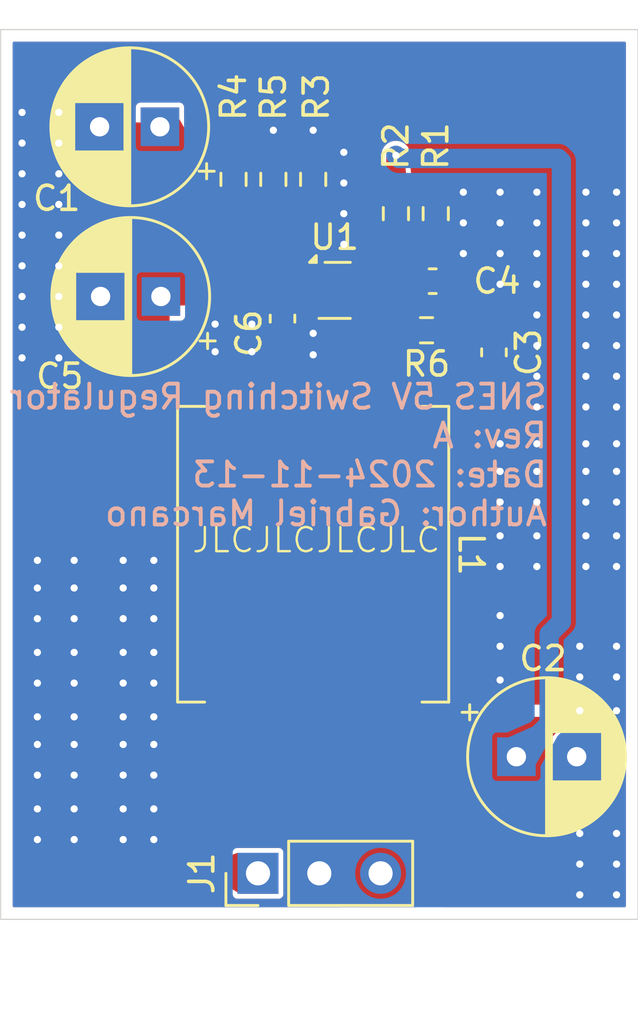
<source format=kicad_pcb>
(kicad_pcb (version 20240108) (generator "pcbnew") (generator_version "8.0")
  (title_block (title "SNES 5V Switching Regulator") (date "2024-11-13") (rev "A") (comment 1 "Author: ${AUTHOR}"))
  (layers (0 "F.Cu" signal) (31 "B.Cu" signal) (34 "B.Paste" user) (35 "F.Paste" user) (36 "B.SilkS" user "B.Silkscreen") (37 "F.SilkS" user "F.Silkscreen") (38 "B.Mask" user) (39 "F.Mask" user) (44 "Edge.Cuts" user))
  (property "AUTHOR" "Gabriel Marcano")
  (net 0 "")
  (net 1 "Net-(C3-Pad1)")
  (net 2 "Net-(U1-SW)")
  (net 3 "GND")
  (net 4 "Net-(U1-SS)")
  (net 5 "/V_{out}")
  (net 6 "Net-(U1-FB)")
  (net 7 "Net-(U1-RT)")
  (net 8 "Net-(U1-EN)")
  (net 9 "Net-(U1-BST)")
  (net 10 "/V_{in}")
  (footprint "Resistor_SMD:R_0603_1608Metric_Pad0.98x0.95mm_HandSolder" (layer "F.Cu") (at 134.112 106.6565 90)
    (property "Reference" "R5" (at 3.4055 0 90) (layer "F.SilkS"))
    (property "Value" "120k")
    (pad "1" smd roundrect (at -0.9125 0 90) (size 0.975 0.95) (layers "F.Cu" "F.Paste" "F.Mask") (net 8 "Net-(U1-EN)"))
    (pad "2" smd roundrect (at 0.9125 0 90) (size 0.975 0.95) (layers "F.Cu" "F.Paste" "F.Mask") (net 3 "GND"))
  )
  (footprint "Capacitor_THT:CP_Radial_D6.3mm_P2.50mm" (layer "F.Cu") (at 129.41238 104.481 180)
    (property "Reference" "C1" (at 4.278 -2.961 0) (layer "F.SilkS"))
    (property "Value" "330u")
    (pad "1" thru_hole rect (at 0 0 180) (size 1.6 1.6) (drill 0.8) (layers "*.Cu" "*.Mask") (net 10 "/V_{in}"))
    (pad "2" thru_hole circle (at 2.5 0 180) (size 1.6 1.6) (drill 0.8) (layers "*.Cu" "*.Mask") (net 3 "GND"))
  )
  (footprint "Capacitor_SMD:C_0603_1608Metric_Pad1.08x0.95mm_HandSolder" (layer "F.Cu") (at 134.493 112.4215 -90)
    (property "Reference" "C6" (at 0.6085 1.397 90) (layer "F.SilkS"))
    (property "Value" "100n")
    (pad "1" smd roundrect (at -0.8625 0 270) (size 1.075 0.95) (layers "F.Cu" "F.Paste" "F.Mask") (net 10 "/V_{in}"))
    (pad "2" smd roundrect (at 0.8625 0 270) (size 1.075 0.95) (layers "F.Cu" "F.Paste" "F.Mask") (net 3 "GND"))
  )
  (footprint "Resistor_SMD:R_0603_1608Metric_Pad0.98x0.95mm_HandSolder" (layer "F.Cu") (at 139.192 108.077 90)
    (property "Reference" "R2" (at 2.794 0 90) (layer "F.SilkS"))
    (property "Value" "63.4k")
    (pad "1" smd roundrect (at -0.9125 0 90) (size 0.975 0.95) (layers "F.Cu" "F.Paste" "F.Mask") (net 6 "Net-(U1-FB)"))
    (pad "2" smd roundrect (at 0.9125 0 90) (size 0.975 0.95) (layers "F.Cu" "F.Paste" "F.Mask") (net 5 "/V_{out}"))
  )
  (footprint "Marcano:BFSI00121109150M05" (layer "F.Cu") (at 135.763 122.174 -90)
    (property "Reference" "L1" (at 0 -6.55 -90) (layer "F.SilkS"))
    (property "Value" "15u")
    (pad "1" smd roundrect (at -5.25 0 270) (size 4.5 8) (layers "F.Cu" "F.Paste" "F.Mask") (net 2 "Net-(U1-SW)"))
    (pad "2" smd roundrect (at 5.25 0 270) (size 4.5 8) (layers "F.Cu" "F.Paste" "F.Mask") (net 5 "/V_{out}"))
  )
  (footprint "Resistor_SMD:R_0603_1608Metric_Pad0.98x0.95mm_HandSolder" (layer "F.Cu") (at 140.843 108.077 90)
    (property "Reference" "R1" (at 2.794 0 90) (layer "F.SilkS"))
    (property "Value" "12k")
    (pad "1" smd roundrect (at -0.9125 0 90) (size 0.975 0.95) (layers "F.Cu" "F.Paste" "F.Mask") (net 6 "Net-(U1-FB)"))
    (pad "2" smd roundrect (at 0.9125 0 90) (size 0.975 0.95) (layers "F.Cu" "F.Paste" "F.Mask") (net 3 "GND"))
  )
  (footprint "Resistor_SMD:R_0603_1608Metric_Pad0.98x0.95mm_HandSolder" (layer "F.Cu") (at 140.462 112.903)
    (property "Reference" "R6" (at 0 1.397 0) (layer "F.SilkS"))
    (property "Value" "0")
    (pad "1" smd roundrect (at -0.9125 0) (size 0.975 0.95) (layers "F.Cu" "F.Paste" "F.Mask") (net 9 "Net-(U1-BST)"))
    (pad "2" smd roundrect (at 0.9125 0) (size 0.975 0.95) (layers "F.Cu" "F.Paste" "F.Mask") (net 1 "Net-(C3-Pad1)"))
  )
  (footprint "Resistor_SMD:R_0603_1608Metric_Pad0.98x0.95mm_HandSolder" (layer "F.Cu") (at 135.763 106.6565 90)
    (property "Reference" "R3" (at 3.4055 0.127 90) (layer "F.SilkS"))
    (property "Value" "75k")
    (pad "1" smd roundrect (at -0.9125 0 90) (size 0.975 0.95) (layers "F.Cu" "F.Paste" "F.Mask") (net 7 "Net-(U1-RT)"))
    (pad "2" smd roundrect (at 0.9125 0 90) (size 0.975 0.95) (layers "F.Cu" "F.Paste" "F.Mask") (net 3 "GND"))
  )
  (footprint "Package_TO_SOT_SMD:SOT-583-8" (layer "F.Cu") (at 136.652 111.252)
    (property "Reference" "U1" (at 0 -2.2 0) (layer "F.SilkS"))
    (property "Value" "TPS62932")
    (pad "1" smd roundrect (at -0.74 -0.75) (size 0.67 0.3) (layers "F.Cu" "F.Paste" "F.Mask") (roundrect_rratio 0.1666666667) (net 7 "Net-(U1-RT)"))
    (pad "2" smd roundrect (at -0.74 -0.25) (size 0.67 0.3) (layers "F.Cu" "F.Paste" "F.Mask") (roundrect_rratio 0.1666666667) (net 8 "Net-(U1-EN)"))
    (pad "3" smd roundrect (at -0.74 0.25) (size 0.67 0.3) (layers "F.Cu" "F.Paste" "F.Mask") (roundrect_rratio 0.1666666667) (net 10 "/V_{in}"))
    (pad "4" smd roundrect (at -0.74 0.75) (size 0.67 0.3) (layers "F.Cu" "F.Paste" "F.Mask") (roundrect_rratio 0.1666666667) (net 3 "GND"))
    (pad "5" smd roundrect (at 0.74 0.75) (size 0.67 0.3) (layers "F.Cu" "F.Paste" "F.Mask") (roundrect_rratio 0.1666666667) (net 2 "Net-(U1-SW)"))
    (pad "6" smd roundrect (at 0.74 0.25) (size 0.67 0.3) (layers "F.Cu" "F.Paste" "F.Mask") (roundrect_rratio 0.1666666667) (net 9 "Net-(U1-BST)"))
    (pad "7" smd roundrect (at 0.74 -0.25) (size 0.67 0.3) (layers "F.Cu" "F.Paste" "F.Mask") (roundrect_rratio 0.1666666667) (net 4 "Net-(U1-SS)"))
    (pad "8" smd roundrect (at 0.74 -0.75) (size 0.67 0.3) (layers "F.Cu" "F.Paste" "F.Mask") (roundrect_rratio 0.1666666667) (net 6 "Net-(U1-FB)"))
  )
  (footprint "Resistor_SMD:R_0603_1608Metric_Pad0.98x0.95mm_HandSolder" (layer "F.Cu") (at 132.461 106.6565 90)
    (property "Reference" "R4" (at 3.4055 0 90) (layer "F.SilkS"))
    (property "Value" "680k")
    (pad "1" smd roundrect (at -0.9125 0 90) (size 0.975 0.95) (layers "F.Cu" "F.Paste" "F.Mask") (net 10 "/V_{in}"))
    (pad "2" smd roundrect (at 0.9125 0 90) (size 0.975 0.95) (layers "F.Cu" "F.Paste" "F.Mask") (net 8 "Net-(U1-EN)"))
  )
  (footprint "Capacitor_THT:CP_Radial_D6.3mm_P2.50mm" (layer "F.Cu") (at 129.45238 111.506 180)
    (property "Reference" "C5" (at 4.191 -3.302 0) (layer "F.SilkS"))
    (property "Value" "330u")
    (pad "1" thru_hole rect (at 0 0 180) (size 1.6 1.6) (drill 0.8) (layers "*.Cu" "*.Mask") (net 10 "/V_{in}"))
    (pad "2" thru_hole circle (at 2.5 0 180) (size 1.6 1.6) (drill 0.8) (layers "*.Cu" "*.Mask") (net 3 "GND"))
  )
  (footprint "Capacitor_SMD:C_0603_1608Metric_Pad1.08x0.95mm_HandSolder" (layer "F.Cu") (at 140.716 110.871)
    (property "Reference" "C4" (at 2.667 0 0) (layer "F.SilkS"))
    (property "Value" "15n")
    (pad "1" smd roundrect (at -0.8625 0) (size 1.075 0.95) (layers "F.Cu" "F.Paste" "F.Mask") (net 4 "Net-(U1-SS)"))
    (pad "2" smd roundrect (at 0.8625 0) (size 1.075 0.95) (layers "F.Cu" "F.Paste" "F.Mask") (net 3 "GND"))
  )
  (footprint "Capacitor_SMD:C_0603_1608Metric_Pad1.08x0.95mm_HandSolder" (layer "F.Cu") (at 143.256 113.8185 -90)
    (property "Reference" "C3" (at 0 -1.43 90) (layer "F.SilkS"))
    (property "Value" "100n")
    (pad "1" smd roundrect (at -0.8625 0 270) (size 1.075 0.95) (layers "F.Cu" "F.Paste" "F.Mask") (net 1 "Net-(C3-Pad1)"))
    (pad "2" smd roundrect (at 0.8625 0 270) (size 1.075 0.95) (layers "F.Cu" "F.Paste" "F.Mask") (net 2 "Net-(U1-SW)"))
  )
  (footprint "Capacitor_THT:CP_Radial_D6.3mm_P2.50mm" (layer "F.Cu") (at 144.185 130.556)
    (property "Reference" "C2" (at 1.103 -4.064 0) (layer "F.SilkS"))
    (property "Value" "330u")
    (pad "1" thru_hole rect (at 0 0) (size 1.6 1.6) (drill 0.8) (layers "*.Cu" "*.Mask") (net 5 "/V_{out}"))
    (pad "2" thru_hole circle (at 2.5 0) (size 1.6 1.6) (drill 0.8) (layers "*.Cu" "*.Mask") (net 3 "GND"))
  )
  (footprint "Connector_PinHeader_2.54mm:PinHeader_1x03_P2.54mm_Vertical" (layer "F.Cu") (at 133.477 135.382 90)
    (property "Reference" "J1" (at 0 -2.33 90) (layer "F.SilkS"))
    (property "Value" "Conn_01x03_Pin")
    (pad "1" thru_hole rect (at 0 0 90) (size 1.7 1.7) (drill 1) (layers "*.Cu" "*.Mask") (net 10 "/V_{in}"))
    (pad "2" thru_hole oval (at 0 2.54 90) (size 1.7 1.7) (drill 1) (layers "*.Cu" "*.Mask") (net 3 "GND"))
    (pad "3" thru_hole oval (at 0 5.08 90) (size 1.7 1.7) (drill 1) (layers "*.Cu" "*.Mask") (net 5 "/V_{out}"))
  )
  (gr_rect (start 122.809 100.457) (end 149.225 137.287) (stroke (width 0.05)) (fill none) (layer "Edge.Cuts"))
  (gr_text "${TITLE}\nRev: ${REVISION}\nDate: ${ISSUE_DATE}\nAuthor: Gabriel Marcano\n\n" (at 145.542 122.682 0) (layer "B.SilkS") (effects (font (size 1 1) (thickness 0.16)) (justify left bottom mirror)))
  (gr_text "JLCJLCJLCJLC" (at 130.683 122.174 0) (layer "F.SilkS") (effects (font (size 1 1) (thickness 0.1)) (justify left bottom)))
  (segment (start 141.3745 112.903) (end 143.203 112.903) (width 0.8) (layer "F.Cu") (net 1))
  (segment (start 143.203 112.903) (end 143.256 112.956) (width 0.2) (layer "F.Cu") (net 1))
  (segment (start 137.392 112.246) (end 137.392 112.002) (width 0.2) (layer "F.Cu") (net 2))
  (segment (start 137.414 114.046) (end 137.457 114.046) (width 0.8) (layer "F.Cu") (net 2))
  (segment (start 143.256 114.681) (end 141.013 116.924) (width 0.8) (layer "F.Cu") (net 2))
  (segment (start 137.392 115.295) (end 135.763 116.924) (width 0.2) (layer "F.Cu") (net 2))
  (segment (start 137.457 114.046) (end 140.335 116.924) (width 0.8) (layer "F.Cu") (net 2))
  (segment (start 141.013 116.924) (end 140.335 116.924) (width 0.8) (layer "F.Cu") (net 2))
  (segment (start 137.414 115.273) (end 135.763 116.924) (width 0.8) (layer "F.Cu") (net 2))
  (segment (start 137.414 114.046) (end 137.414 115.273) (width 0.8) (layer "F.Cu") (net 2))
  (segment (start 140.335 116.924) (end 135.763 116.924) (width 0.8) (layer "F.Cu") (net 2))
  (segment (start 137.414 112.268) (end 137.414 114.046) (width 0.8) (layer "F.Cu") (net 2))
  (segment (start 137.414 112.024) (end 137.392 112.002) (width 0.2) (layer "F.Cu") (net 2))
  (segment (start 137.414 112.268) (end 137.392 112.246) (width 0.2) (layer "F.Cu") (net 2))
  (segment (start 135.763 104.6245) (end 135.763 105.744) (width 0.8) (layer "F.Cu") (net 3))
  (segment (start 134.112 104.6245) (end 134.112 105.744) (width 0.8) (layer "F.Cu") (net 3))
  (via (at 127.889 133.985) (size 0.6) (drill 0.3) (layers "F.Cu" "B.Cu") (net 3))
  (via (at 143.51 125.984) (size 0.6) (drill 0.3) (layers "F.Cu" "B.Cu") (net 3))
  (via (at 125.857 133.985) (size 0.6) (drill 0.3) (layers "F.Cu" "B.Cu") (net 3))
  (via (at 131.699 113.792) (size 0.6) (drill 0.3) (layers "F.Cu" "B.Cu") (net 3))
  (via (at 148.336 108.458) (size 0.6) (drill 0.3) (layers "F.Cu" "B.Cu") (net 3))
  (via (at 145.034 113.538) (size 0.6) (drill 0.3) (layers "F.Cu" "B.Cu") (net 3))
  (via (at 124.333 126.238) (size 0.6) (drill 0.3) (layers "F.Cu" "B.Cu") (net 3))
  (via (at 148.336 116.078) (size 0.6) (drill 0.3) (layers "F.Cu" "B.Cu") (net 3))
  (via (at 148.336 109.728) (size 0.6) (drill 0.3) (layers "F.Cu" "B.Cu") (net 3))
  (via (at 148.336 118.745) (size 0.6) (drill 0.3) (layers "F.Cu" "B.Cu") (net 3))
  (via (at 145.034 107.188) (size 0.6) (drill 0.3) (layers "F.Cu" "B.Cu") (net 3))
  (via (at 137.033 105.537) (size 0.6) (drill 0.3) (layers "F.Cu" "B.Cu") (net 3))
  (via (at 146.812 127.254) (size 0.6) (drill 0.3) (layers "F.Cu" "B.Cu") (net 3))
  (via (at 148.336 107.188) (size 0.6) (drill 0.3) (layers "F.Cu" "B.Cu") (net 3))
  (via (at 146.812 133.731) (size 0.6) (drill 0.3) (layers "F.Cu" "B.Cu") (net 3))
  (via (at 148.336 120.015) (size 0.6) (drill 0.3) (layers "F.Cu" "B.Cu") (net 3))
  (via (at 127.889 130.048) (size 0.6) (drill 0.3) (layers "F.Cu" "B.Cu") (net 3))
  (via (at 129.159 131.318) (size 0.6) (drill 0.3) (layers "F.Cu" "B.Cu") (net 3))
  (via (at 146.812 136.271) (size 0.6) (drill 0.3) (layers "F.Cu" "B.Cu") (net 3))
  (via (at 123.698 106.426) (size 0.6) (drill 0.3) (layers "F.Cu" "B.Cu") (net 3))
  (via (at 145.034 117.602) (size 0.6) (drill 0.3) (layers "F.Cu" "B.Cu") (net 3))
  (via (at 127.889 127.508) (size 0.6) (drill 0.3) (layers "F.Cu" "B.Cu") (net 3))
  (via (at 145.034 122.682) (size 0.6) (drill 0.3) (layers "F.Cu" "B.Cu") (net 3))
  (via (at 148.336 133.731) (size 0.6) (drill 0.3) (layers "F.Cu" "B.Cu") (net 3))
  (via (at 125.222 108.966) (size 0.6) (drill 0.3) (layers "F.Cu" "B.Cu") (net 3))
  (via (at 145.034 120.015) (size 0.6) (drill 0.3) (layers "F.Cu" "B.Cu") (net 3))
  (via (at 129.159 132.715) (size 0.6) (drill 0.3) (layers "F.Cu" "B.Cu") (net 3))
  (via (at 143.51 117.602) (size 0.6) (drill 0.3) (layers "F.Cu" "B.Cu") (net 3))
  (via (at 123.698 107.696) (size 0.6) (drill 0.3) (layers "F.Cu" "B.Cu") (net 3))
  (via (at 148.336 128.651) (size 0.6) (drill 0.3) (layers "F.Cu" "B.Cu") (net 3))
  (via (at 148.336 135.001) (size 0.6) (drill 0.3) (layers "F.Cu" "B.Cu") (net 3))
  (via (at 125.857 127.508) (size 0.6) (drill 0.3) (layers "F.Cu" "B.Cu") (net 3))
  (via (at 123.698 105.156) (size 0.6) (drill 0.3) (layers "F.Cu" "B.Cu") (net 3))
  (via (at 123.698 114.046) (size 0.6) (drill 0.3) (layers "F.Cu" "B.Cu") (net 3))
  (via (at 127.889 128.905) (size 0.6) (drill 0.3) (layers "F.Cu" "B.Cu") (net 3))
  (via (at 135.763 113.919) (size 0.6) (drill 0.3) (layers "F.Cu" "B.Cu") (net 3))
  (via (at 148.336 121.412) (size 0.6) (drill 0.3) (layers "F.Cu" "B.Cu") (net 3))
  (via (at 145.034 121.412) (size 0.6) (drill 0.3) (layers "F.Cu" "B.Cu") (net 3))
  (via (at 143.51 110.998) (size 0.6) (drill 0.3) (layers "F.Cu" "B.Cu") (net 3))
  (via (at 145.034 108.458) (size 0.6) (drill 0.3) (layers "F.Cu" "B.Cu") (net 3))
  (via (at 124.333 131.318) (size 0.6) (drill 0.3) (layers "F.Cu" "B.Cu") (net 3))
  (via (at 129.159 124.841) (size 0.6) (drill 0.3) (layers "F.Cu" "B.Cu") (net 3))
  (via (at 125.222 103.886) (size 0.6) (drill 0.3) (layers "F.Cu" "B.Cu") (net 3))
  (via (at 129.159 127.508) (size 0.6) (drill 0.3) (layers "F.Cu" "B.Cu") (net 3))
  (via (at 123.698 108.966) (size 0.6) (drill 0.3) (layers "F.Cu" "B.Cu") (net 3))
  (via (at 147.066 109.728) (size 0.6) (drill 0.3) (layers "F.Cu" "B.Cu") (net 3))
  (via (at 148.336 136.271) (size 0.6) (drill 0.3) (layers "F.Cu" "B.Cu") (net 3))
  (via (at 125.222 110.236) (size 0.6) (drill 0.3) (layers "F.Cu" "B.Cu") (net 3))
  (via (at 147.066 112.268) (size 0.6) (drill 0.3) (layers "F.Cu" "B.Cu") (net 3))
  (via (at 147.066 122.682) (size 0.6) (drill 0.3) (layers "F.Cu" "B.Cu") (net 3))
  (via (at 129.159 123.571) (size 0.6) (drill 0.3) (layers "F.Cu" "B.Cu") (net 3))
  (via (at 125.222 107.696) (size 0.6) (drill 0.3) (layers "F.Cu" "B.Cu") (net 3))
  (via (at 129.159 128.905) (size 0.6) (drill 0.3) (layers "F.Cu" "B.Cu") (net 3))
  (via (at 147.066 107.188) (size 0.6) (drill 0.3) (layers "F.Cu" "B.Cu") (net 3))
  (via (at 148.336 127.254) (size 0.6) (drill 0.3) (layers "F.Cu" "B.Cu") (net 3))
  (via (at 127.889 122.428) (size 0.6) (drill 0.3) (layers "F.Cu" "B.Cu") (net 3))
  (via (at 133.223 113.792) (size 0.6) (drill 0.3) (layers "F.Cu" "B.Cu") (net 3))
  (via (at 143.51 107.188) (size 0.6) (drill 0.3) (layers "F.Cu" "B.Cu") (net 3))
  (via (at 125.222 105.156) (size 0.6) (drill 0.3) (layers "F.Cu" "B.Cu") (net 3))
  (via (at 124.333 130.048) (size 0.6) (drill 0.3) (layers "F.Cu" "B.Cu") (net 3))
  (via (at 147.066 121.412) (size 0.6) (drill 0.3) (layers "F.Cu" "B.Cu") (net 3))
  (via (at 125.857 122.428) (size 0.6) (drill 0.3) (layers "F.Cu" "B.Cu") (net 3))
  (via (at 125.222 112.776) (size 0.6) (drill 0.3) (layers "F.Cu" "B.Cu") (net 3))
  (via (at 146.812 128.651) (size 0.6) (drill 0.3) (layers "F.Cu" "B.Cu") (net 3))
  (via (at 129.159 122.428) (size 0.6) (drill 0.3) (layers "F.Cu" "B.Cu") (net 3))
  (via (at 124.333 133.985) (size 0.6) (drill 0.3) (layers "F.Cu" "B.Cu") (net 3))
  (via (at 123.698 112.776) (size 0.6) (drill 0.3) (layers "F.Cu" "B.Cu") (net 3))
  (via (at 124.333 123.571) (size 0.6) (drill 0.3) (layers "F.Cu" "B.Cu") (net 3))
  (via (at 147.066 120.015) (size 0.6) (drill 0.3) (layers "F.Cu" "B.Cu") (net 3))
  (via (at 147.066 118.745) (size 0.6) (drill 0.3) (layers "F.Cu" "B.Cu") (net 3))
  (via (at 143.51 121.412) (size 0.6) (drill 0.3) (layers "F.Cu" "B.Cu") (net 3))
  (via (at 137.033 108.077) (size 0.6) (drill 0.3) (layers "F.Cu" "B.Cu") (net 3))
  (via (at 145.034 118.745) (size 0.6) (drill 0.3) (layers "F.Cu" "B.Cu") (net 3))
  (via (at 146.812 135.001) (size 0.6) (drill 0.3) (layers "F.Cu" "B.Cu") (net 3))
  (via (at 143.51 108.458) (size 0.6) (drill 0.3) (layers "F.Cu" "B.Cu") (net 3))
  (via (at 127.889 124.841) (size 0.6) (drill 0.3) (layers "F.Cu" "B.Cu") (net 3))
  (via (at 125.857 131.318) (size 0.6) (drill 0.3) (layers "F.Cu" "B.Cu") (net 3))
  (via (at 143.51 120.015) (size 0.6) (drill 0.3) (layers "F.Cu" "B.Cu") (net 3))
  (via (at 127.889 131.318) (size 0.6) (drill 0.3) (layers "F.Cu" "B.Cu") (net 3))
  (via (at 124.333 132.715) (size 0.6) (drill 0.3) (layers "F.Cu" "B.Cu") (net 3))
  (via (at 145.034 114.808) (size 0.6) (drill 0.3) (layers "F.Cu" "B.Cu") (net 3))
  (via (at 148.336 122.682) (size 0.6) (drill 0.3) (layers "F.Cu" "B.Cu") (net 3))
  (via (at 125.857 124.841) (size 0.6) (drill 0.3) (layers "F.Cu" "B.Cu") (net 3))
  (via (at 125.857 130.048) (size 0.6) (drill 0.3) (layers "F.Cu" "B.Cu") (net 3))
  (via (at 145.034 116.078) (size 0.6) (drill 0.3) (layers "F.Cu" "B.Cu") (net 3))
  (via (at 137.033 109.347) (size 0.6) (drill 0.3) (layers "F.Cu" "B.Cu") (net 3))
  (via (at 134.112 104.6245) (size 0.6) (drill 0.3) (layers "F.Cu" "B.Cu") (net 3))
  (via (at 127.889 123.571) (size 0.6) (drill 0.3) (layers "F.Cu" "B.Cu") (net 3))
  (via (at 137.033 106.807) (size 0.6) (drill 0.3) (layers "F.Cu" "B.Cu") (net 3))
  (via (at 148.336 125.984) (size 0.6) (drill 0.3) (layers "F.Cu" "B.Cu") (net 3))
  (via (at 145.034 109.728) (size 0.6) (drill 0.3) (layers "F.Cu" "B.Cu") (net 3))
  (via (at 141.986 108.458) (size 0.6) (drill 0.3) (layers "F.Cu" "B.Cu") (net 3))
  (via (at 147.066 117.602) (size 0.6) (drill 0.3) (layers "F.Cu" "B.Cu") (net 3))
  (via (at 141.986 109.728) (size 0.6) (drill 0.3) (layers "F.Cu" "B.Cu") (net 3))
  (via (at 143.51 124.714) (size 0.6) (drill 0.3) (layers "F.Cu" "B.Cu") (net 3))
  (via (at 147.066 116.078) (size 0.6) (drill 0.3) (layers "F.Cu" "B.Cu") (net 3))
  (via (at 125.222 111.506) (size 0.6) (drill 0.3) (layers "F.Cu" "B.Cu") (net 3))
  (via (at 135.763 104.6245) (size 0.6) (drill 0.3) (layers "F.Cu" "B.Cu") (net 3))
  (via (at 135.763 113.03) (size 0.6) (drill 0.3) (layers "F.Cu" "B.Cu") (net 3))
  (via (at 147.066 113.538) (size 0.6) (drill 0.3) (layers "F.Cu" "B.Cu") (net 3))
  (via (at 148.336 117.602) (size 0.6) (drill 0.3) (layers "F.Cu" "B.Cu") (net 3))
  (via (at 124.333 122.428) (size 0.6) (drill 0.3) (layers "F.Cu" "B.Cu") (net 3))
  (via (at 133.223 112.649) (size 0.6) (drill 0.3) (layers "F.Cu" "B.Cu") (net 3))
  (via (at 127.889 126.238) (size 0.6) (drill 0.3) (layers "F.Cu" "B.Cu") (net 3))
  (via (at 131.699 112.649) (size 0.6) (drill 0.3) (layers "F.Cu" "B.Cu") (net 3))
  (via (at 127.889 132.715) (size 0.6) (drill 0.3) (layers "F.Cu" "B.Cu") (net 3))
  (via (at 145.034 112.268) (size 0.6) (drill 0.3) (layers "F.Cu" "B.Cu") (net 3))
  (via (at 129.159 130.048) (size 0.6) (drill 0.3) (layers "F.Cu" "B.Cu") (net 3))
  (via (at 124.333 124.841) (size 0.6) (drill 0.3) (layers "F.Cu" "B.Cu") (net 3))
  (via (at 125.857 126.238) (size 0.6) (drill 0.3) (layers "F.Cu" "B.Cu") (net 3))
  (via (at 148.336 110.998) (size 0.6) (drill 0.3) (layers "F.Cu" "B.Cu") (net 3))
  (via (at 123.698 103.886) (size 0.6) (drill 0.3) (layers "F.Cu" "B.Cu") (net 3))
  (via (at 148.336 113.538) (size 0.6) (drill 0.3) (layers "F.Cu" "B.Cu") (net 3))
  (via (at 125.222 106.426) (size 0.6) (drill 0.3) (layers "F.Cu" "B.Cu") (net 3))
  (via (at 143.51 122.682) (size 0.6) (drill 0.3) (layers "F.Cu" "B.Cu") (net 3))
  (via (at 147.066 108.458) (size 0.6) (drill 0.3) (layers "F.Cu" "B.Cu") (net 3))
  (via (at 129.159 126.238) (size 0.6) (drill 0.3) (layers "F.Cu" "B.Cu") (net 3))
  (via (at 146.812 125.984) (size 0.6) (drill 0.3) (layers "F.Cu" "B.Cu") (net 3))
  (via (at 125.222 114.046) (size 0.6) (drill 0.3) (layers "F.Cu" "B.Cu") (net 3))
  (via (at 124.333 128.905) (size 0.6) (drill 0.3) (layers "F.Cu" "B.Cu") (net 3))
  (via (at 148.336 112.268) (size 0.6) (drill 0.3) (layers "F.Cu" "B.Cu") (net 3))
  (via (at 143.51 118.745) (size 0.6) (drill 0.3) (layers "F.Cu" "B.Cu") (net 3))
  (via (at 125.857 132.715) (size 0.6) (drill 0.3) (layers "F.Cu" "B.Cu") (net 3))
  (via (at 125.857 128.905) (size 0.6) (drill 0.3) (layers "F.Cu" "B.Cu") (net 3))
  (via (at 147.066 114.808) (size 0.6) (drill 0.3) (layers "F.Cu" "B.Cu") (net 3))
  (via (at 123.698 111.506) (size 0.6) (drill 0.3) (layers "F.Cu" "B.Cu") (net 3))
  (via (at 143.51 109.728) (size 0.6) (drill 0.3) (layers "F.Cu" "B.Cu") (net 3))
  (via (at 145.034 110.998) (size 0.6) (drill 0.3) (layers "F.Cu" "B.Cu") (net 3))
  (via (at 148.336 114.808) (size 0.6) (drill 0.3) (layers "F.Cu" "B.Cu") (net 3))
  (via (at 123.698 110.236) (size 0.6) (drill 0.3) (layers "F.Cu" "B.Cu") (net 3))
  (via (at 143.51 127.381) (size 0.6) (drill 0.3) (layers "F.Cu" "B.Cu") (net 3))
  (via (at 147.066 110.998) (size 0.6) (drill 0.3) (layers "F.Cu" "B.Cu") (net 3))
  (via (at 141.986 107.188) (size 0.6) (drill 0.3) (layers "F.Cu" "B.Cu") (net 3))
  (via (at 124.333 127.508) (size 0.6) (drill 0.3) (layers "F.Cu" "B.Cu") (net 3))
  (via (at 129.159 133.985) (size 0.6) (drill 0.3) (layers "F.Cu" "B.Cu") (net 3))
  (via (at 125.857 123.571) (size 0.6) (drill 0.3) (layers "F.Cu" "B.Cu") (net 3))
  (segment (start 138.43 110.744) (end 138.172 111.002) (width 0.2) (layer "F.Cu") (net 4))
  (segment (start 139.7265 110.744) (end 139.8535 110.871) (width 0.2) (layer "F.Cu") (net 4))
  (segment (start 138.43 110.744) (end 139.7265 110.744) (width 0.8) (layer "F.Cu") (net 4))
  (segment (start 138.172 111.002) (end 137.392 111.002) (width 0.2) (layer "F.Cu") (net 4))
  (segment (start 139.192 105.664) (end 139.192 107.1645) (width 0.8) (layer "F.Cu") (net 5))
  (via (at 139.192 105.664) (size 0.6) (drill 0.3) (layers "F.Cu" "B.Cu") (net 5))
  (segment (start 144.185 130.556) (end 145.542 129.199) (width 0.8) (layer "B.Cu") (net 5))
  (segment (start 145.542 129.199) (end 145.542 125.476) (width 0.8) (layer "B.Cu") (net 5))
  (segment (start 145.923 105.791) (end 139.319 105.791) (width 0.8) (layer "B.Cu") (net 5))
  (segment (start 146.05 124.968) (end 146.05 105.918) (width 0.8) (layer "B.Cu") (net 5))
  (segment (start 145.542 125.476) (end 146.05 124.968) (width 0.8) (layer "B.Cu") (net 5))
  (segment (start 146.05 105.918) (end 145.923 105.791) (width 0.8) (layer "B.Cu") (net 5))
  (segment (start 139.319 105.791) (end 139.192 105.664) (width 0.8) (layer "B.Cu") (net 5))
  (segment (start 137.392 110.502) (end 137.392 110.258) (width 0.2) (layer "F.Cu") (net 6))
  (segment (start 139.192 108.9895) (end 140.843 108.9895) (width 0.2) (layer "F.Cu") (net 6))
  (segment (start 137.392 110.258) (end 138.6605 108.9895) (width 0.2) (layer "F.Cu") (net 6))
  (segment (start 138.6605 108.9895) (end 139.192 108.9895) (width 0.2) (layer "F.Cu") (net 6))
  (segment (start 135.912 107.718) (end 135.763 107.569) (width 0.2) (layer "F.Cu") (net 7))
  (segment (start 135.912 110.502) (end 135.912 107.718) (width 0.2) (layer "F.Cu") (net 7))
  (segment (start 134.112 107.569) (end 134.112 109.601) (width 0.2) (layer "F.Cu") (net 8))
  (segment (start 132.461 105.918) (end 134.112 107.569) (width 0.2) (layer "F.Cu") (net 8))
  (segment (start 135.513 111.002) (end 135.912 111.002) (width 0.2) (layer "F.Cu") (net 8))
  (segment (start 132.461 105.744) (end 132.461 105.918) (width 0.2) (layer "F.Cu") (net 8))
  (segment (start 134.112 109.601) (end 135.513 111.002) (width 0.2) (layer "F.Cu") (net 8))
  (segment (start 138.172 111.502) (end 137.392 111.502) (width 0.2) (layer "F.Cu") (net 9))
  (segment (start 138.4935 111.5695) (end 138.684 111.76) (width 0.2) (layer "F.Cu") (net 9))
  (segment (start 138.684 112.522) (end 139.065 112.903) (width 0.8) (layer "F.Cu") (net 9))
  (segment (start 138.2395 111.5695) (end 138.172 111.502) (width 0.2) (layer "F.Cu") (net 9))
  (segment (start 139.065 112.903) (end 139.5495 112.903) (width 0.2) (layer "F.Cu") (net 9))
  (segment (start 138.684 111.76) (end 138.684 112.522) (width 0.8) (layer "F.Cu") (net 9))
  (segment (start 138.2395 111.5695) (end 138.4935 111.5695) (width 0.2) (layer "F.Cu") (net 9))
  (segment (start 129.413 111.54538) (end 129.45238 111.506) (width 0.8) (layer "F.Cu") (net 10))
  (segment (start 132.461 107.569) (end 132.461 109.527) (width 0.8) (layer "F.Cu") (net 10))
  (segment (start 126.873 135.255) (end 126.873 118.11) (width 0.8) (layer "F.Cu") (net 10))
  (segment (start 129.45238 111.506) (end 129.45238 104.521) (width 0.8) (layer "F.Cu") (net 10))
  (segment (start 132.461 109.527) (end 134.493 111.559) (width 0.8) (layer "F.Cu") (net 10))
  (segment (start 126.873 118.11) (end 129.413 115.57) (width 0.8) (layer "F.Cu") (net 10))
  (segment (start 129.45238 104.521) (end 129.41238 104.481) (width 0.8) (layer "F.Cu") (net 10))
  (segment (start 135.001 111.506) (end 135.908 111.506) (width 0.25) (layer "F.Cu") (net 10))
  (segment (start 129.413 115.57) (end 129.413 111.54538) (width 0.8) (layer "F.Cu") (net 10))
  (segment (start 129.41238 104.52038) (end 132.461 107.569) (width 0.8) (layer "F.Cu") (net 10))
  (segment (start 129.41238 104.481) (end 129.41238 104.52038) (width 0.8) (layer "F.Cu") (net 10))
  (segment (start 133.35 135.255) (end 126.873 135.255) (width 0.8) (layer "F.Cu") (net 10))
  (segment (start 133.477 135.382) (end 133.35 135.255) (width 0.8) (layer "F.Cu") (net 10))
  (zone (net 5) (net_name "/V_{out}") (layer "F.Cu") (priority 2) (connect_pads yes (clearance 0.5)) (min_thickness 0.25) (fill yes (thermal_gap 0.5) (thermal_bridge_width 0.5))
    (polygon (pts (xy 140.208 128.905) (xy 140.208 124.841) (xy 131.445 124.841) (xy 131.445 130.175) (xy 137.414 134.239) (xy 137.414 136.779) (xy 139.954 136.779) (xy 146.05 133.477) (xy 145.923 128.905)))
  )
  (zone (net 10) (net_name "/V_{in}") (layer "F.Cu") (priority 1) (connect_pads yes (clearance 0.5)) (min_thickness 0.25) (fill yes (thermal_gap 0.5) (thermal_bridge_width 0.5))
    (polygon (pts (xy 127.254 113.157) (xy 129.413 113.157) (xy 129.67532 111.906) (xy 135.627 111.652) (xy 136.271 111.633) (xy 136.271 111.379) (xy 135.614682 111.35445) (xy 133.858 109.601) (xy 133.858 108.458) (xy 132.842 107.061) (xy 129.03 104.316) (xy 127.254 104.267)))
  )
  (zone (net 3) (net_name "GND") (layers "F&B.Cu") (connect_pads yes (clearance 0.1)) (min_thickness 0.1) (fill yes (thermal_gap 0.5) (thermal_bridge_width 0.5))
    (polygon (pts (xy 122.809 100.457) (xy 122.809 137.287) (xy 149.225 137.287) (xy 149.225 100.457)))
  )
)
</source>
